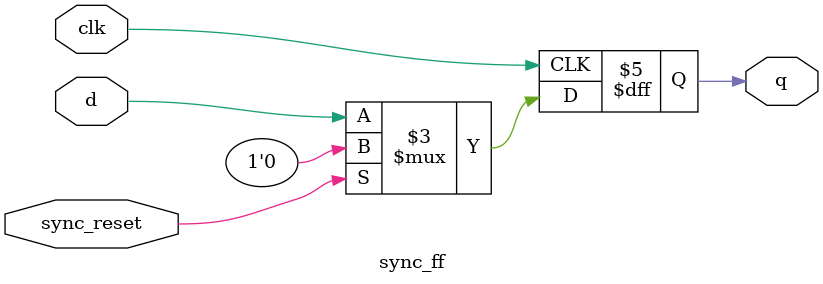
<source format=sv>
module sync_ff (
    input logic clk,        
    input logic sync_reset, 
    input logic d,          
    output logic q          
);
    always_ff @(posedge clk) begin
        if (sync_reset)
            q <= 0;         
        else
            q <= d;         
    end

endmodule

</source>
